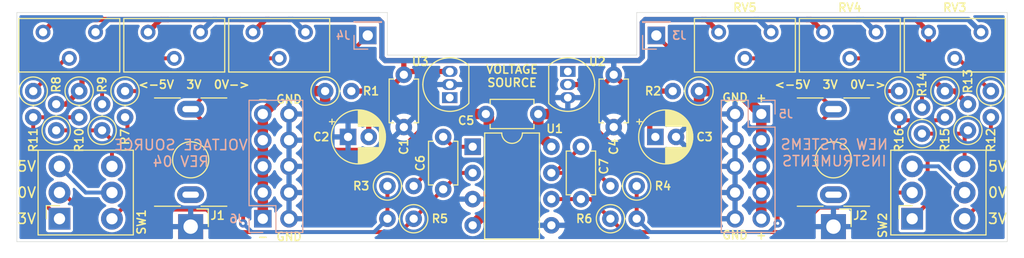
<source format=kicad_pcb>
(kicad_pcb (version 20211014) (generator pcbnew)
  (layers (0 "F.Cu" signal) (31 "B.Cu" signal) (34 "B.Paste" user) (35 "F.Paste" user) (36 "B.SilkS" user "B.Silkscreen") (37 "F.SilkS" user "F.Silkscreen") (38 "B.Mask" user) (39 "F.Mask" user) (44 "Edge.Cuts" user))
  (net 0 "")
  (net 1 "Net-(C6-Pad2)")
  (net 2 "Net-(C6-Pad1)")
  (net 3 "GND")
  (net 4 "Net-(C7-Pad2)")
  (net 5 "Net-(C7-Pad1)")
  (net 6 "VEE")
  (net 7 "VCC")
  (net 8 "VREF+")
  (net 9 "VREF-")
  (net 10 "Net-(R7-Pad1)")
  (net 11 "Net-(J1-PadT)")
  (net 13 "Net-(J2-PadT)")
  (net 15 "Net-(R9-Pad2)")
  (net 16 "Net-(R16-Pad1)")
  (net 17 "/ZERO_1")
  (net 18 "/THREE_1")
  (net 19 "/FIVE_1")
  (net 20 "/ZERO_2")
  (net 21 "/THREE_2")
  (net 22 "Net-(R14-Pad2)")
  (net 23 "/FIVE_2")
  (net 24 "Net-(SW1-Pad3)")
  (net 25 "Net-(SW2-Pad3)")
  (net 26 "Net-(R12-Pad1)")
  (net 27 "Net-(R11-Pad1)")
  (footprint "NSI Footprints:C_Disc_D4mm_W2.6mm_P5.08mm" (layer "F.Cu") (at -6.6675 -10.4775 -90)
    (fp_text reference "C6" (at 2.54 2.2225 -90) (layer "F.SilkS") (effects (font (size 0.8 0.8))))
    (fp_text value "100p")
    (pad "1" thru_hole circle locked (at 0 0 270) (size 1.6 1.6) (drill 0.8) (layers *.Cu *.Mask) (net 2 "Net-(C6-Pad1)"))
    (pad "2" thru_hole circle locked (at 5.08 0 270) (size 1.6 1.6) (drill 0.8) (layers *.Cu *.Mask) (net 1 "Net-(C6-Pad2)"))
  )
  (footprint "NSI Footprints:C_Disc_D4mm_W2.6mm_P5.08mm" (layer "F.Cu") (at 9.8425 -16.51 -90)
    (fp_text reference "C4" (at 6.985 0 90) (layer "F.SilkS") (effects (font (size 0.8 0.8))))
    (fp_text value "100n")
    (pad "1" thru_hole circle locked (at 0 0 270) (size 1.6 1.6) (drill 0.8) (layers *.Cu *.Mask) (net 8 "VREF+"))
    (pad "2" thru_hole circle locked (at 5.08 0 270) (size 1.6 1.6) (drill 0.8) (layers *.Cu *.Mask) (net 3 "GND"))
  )
  (footprint "Capacitor_THT:CP_Radial_D5.0mm_P2.00mm" (layer "F.Cu") (at 13.875 -10.4775)
    (fp_text reference "C3" (at 4.7625 0 180) (layer "F.SilkS") (effects (font (size 0.8 0.8))))
    (fp_text value "10u")
    (pad "1" thru_hole rect locked (at 0 0) (size 1.6 1.6) (drill 0.8) (layers *.Cu *.Mask) (net 8 "VREF+"))
    (pad "2" thru_hole circle locked (at 2 0) (size 1.6 1.6) (drill 0.8) (layers *.Cu *.Mask) (net 3 "GND"))
  )
  (footprint "NSI Footprints:C_Disc_D4mm_W2.6mm_P5.08mm" (layer "F.Cu") (at -10.4775 -11.43 90)
    (fp_text reference "C1" (at -1.905 0 270) (layer "F.SilkS") (effects (font (size 0.8 0.8))))
    (fp_text value "100n")
    (pad "1" thru_hole circle locked (at 0 0 90) (size 1.6 1.6) (drill 0.8) (layers *.Cu *.Mask) (net 3 "GND"))
    (pad "2" thru_hole circle locked (at 5.08 0 90) (size 1.6 1.6) (drill 0.8) (layers *.Cu *.Mask) (net 9 "VREF-"))
  )
  (footprint "Capacitor_THT:CP_Radial_D5.0mm_P2.00mm" (layer "F.Cu") (at -15.875 -10.4775)
    (fp_text reference "C2" (at -2.60375 0 180) (layer "F.SilkS") (effects (font (size 0.8 0.8))))
    (fp_text value "10u")
    (pad "1" thru_hole rect locked (at 0 0) (size 1.6 1.6) (drill 0.8) (layers *.Cu *.Mask) (net 3 "GND"))
    (pad "2" thru_hole circle locked (at 2 0) (size 1.6 1.6) (drill 0.8) (layers *.Cu *.Mask) (net 9 "VREF-"))
  )
  (footprint "NSI Footprints:C_Disc_D4mm_W2.6mm_P5.08mm" (layer "F.Cu") (at 6.6675 -9.525 -90)
    (fp_text reference "C7" (at 1.905 -2.2225 -90) (layer "F.SilkS") (effects (font (size 0.8 0.8))))
    (fp_text value "100p")
    (pad "1" thru_hole circle locked (at 0 0 270) (size 1.6 1.6) (drill 0.8) (layers *.Cu *.Mask) (net 5 "Net-(C7-Pad1)"))
    (pad "2" thru_hole circle locked (at 5.08 0 270) (size 1.6 1.6) (drill 0.8) (layers *.Cu *.Mask) (net 4 "Net-(C7-Pad2)"))
  )
  (footprint "NSI Footprints:C_Disc_D4mm_W2.6mm_P5.08mm" (layer "F.Cu") (at 2.54 -12.7 180)
    (fp_text reference "C5" (at 6.985 -0.635 180) (layer "F.SilkS") (effects (font (size 0.8 0.8))))
    (fp_text value "10n")
    (pad "1" thru_hole circle locked (at 0 0 180) (size 1.6 1.6) (drill 0.8) (layers *.Cu *.Mask) (net 7 "VCC"))
    (pad "2" thru_hole circle locked (at 5.08 0 180) (size 1.6 1.6) (drill 0.8) (layers *.Cu *.Mask) (net 6 "VEE"))
  )
  (footprint "Resistor_THT:R_Axial_DIN0207_L6.3mm_D2.5mm_P2.54mm_Vertical" (layer "F.Cu") (at -9.525 -2.54 180)
    (fp_text reference "R5" (at -2.54 0 180) (layer "F.SilkS") (effects (font (size 0.8 0.8))))
    (fp_text value "100k")
    (pad "1" thru_hole circle locked (at 0 0 180) (size 1.6 1.6) (drill 0.8) (layers *.Cu *.Mask) (net 1 "Net-(C6-Pad2)"))
    (pad "2" thru_hole oval locked (at 2.54 0 180) (size 1.6 1.6) (drill 0.8) (layers *.Cu *.Mask) (net 11 "Net-(J1-PadT)"))
  )
  (footprint "Resistor_THT:R_Axial_DIN0207_L6.3mm_D2.5mm_P2.54mm_Vertical" (layer "F.Cu") (at 18.0975 -14.9225 180)
    (fp_text reference "R2" (at 4.445 0) (layer "F.SilkS") (effects (font (size 0.8 0.8))))
    (fp_text value "3k")
    (pad "1" thru_hole circle locked (at 0 0 180) (size 1.6 1.6) (drill 0.8) (layers *.Cu *.Mask) (net 7 "VCC"))
    (pad "2" thru_hole oval locked (at 2.54 0 180) (size 1.6 1.6) (drill 0.8) (layers *.Cu *.Mask) (net 8 "VREF+"))
  )
  (footprint "Resistor_THT:R_Axial_DIN0207_L6.3mm_D2.5mm_P2.54mm_Vertical" (layer "F.Cu") (at -12.065 -5.715)
    (fp_text reference "R3" (at -2.54 0) (layer "F.SilkS") (effects (font (size 0.8 0.8))))
    (fp_text value "1k")
    (pad "1" thru_hole circle locked (at 0 0) (size 1.6 1.6) (drill 0.8) (layers *.Cu *.Mask) (net 11 "Net-(J1-PadT)"))
    (pad "2" thru_hole oval locked (at 2.54 0) (size 1.6 1.6) (drill 0.8) (layers *.Cu *.Mask) (net 2 "Net-(C6-Pad1)"))
  )
  (footprint "Resistor_THT:R_Axial_DIN0207_L6.3mm_D2.5mm_P2.54mm_Vertical" (layer "F.Cu") (at -18.0975 -14.9225)
    (fp_text reference "R1" (at 4.445 0) (layer "F.SilkS") (effects (font (size 0.8 0.8))))
    (fp_text value "3k")
    (pad "1" thru_hole circle locked (at 0 0) (size 1.6 1.6) (drill 0.8) (layers *.Cu *.Mask) (net 6 "VEE"))
    (pad "2" thru_hole oval locked (at 2.54 0) (size 1.6 1.6) (drill 0.8) (layers *.Cu *.Mask) (net 9 "VREF-"))
  )
  (footprint "Resistor_THT:R_Axial_DIN0207_L6.3mm_D2.5mm_P2.54mm_Vertical" (layer "F.Cu") (at 9.525 -2.54)
    (fp_text reference "R6" (at -2.54 0) (layer "F.SilkS") (effects (font (size 0.8 0.8))))
    (fp_text value "100k")
    (pad "1" thru_hole circle locked (at 0 0) (size 1.6 1.6) (drill 0.8) (layers *.Cu *.Mask) (net 4 "Net-(C7-Pad2)"))
    (pad "2" thru_hole oval locked (at 2.54 0) (size 1.6 1.6) (drill 0.8) (layers *.Cu *.Mask) (net 13 "Net-(J2-PadT)"))
  )
  (footprint "Resistor_THT:R_Axial_DIN0207_L6.3mm_D2.5mm_P2.54mm_Vertical" (layer "F.Cu") (at 12.065 -5.715 180)
    (fp_text reference "R4" (at -2.54 0 180) (layer "F.SilkS") (effects (font (size 0.8 0.8))))
    (fp_text value "1k")
    (pad "1" thru_hole circle locked (at 0 0 180) (size 1.6 1.6) (drill 0.8) (layers *.Cu *.Mask) (net 13 "Net-(J2-PadT)"))
    (pad "2" thru_hole oval locked (at 2.54 0 180) (size 1.6 1.6) (drill 0.8) (layers *.Cu *.Mask) (net 5 "Net-(C7-Pad1)"))
  )
  (footprint "NSI Footprints:Potentiometer_TT_67Y_Vertical" (layer "F.Cu") (at -40.3225 -20.6375)
    (fp_text reference "RV6" hide)
    (fp_text value "100k")
    (pad "1" thru_hole circle locked (at 0 0) (size 1.44 1.44) (drill 0.8) (layers *.Cu *.Mask) (net 8 "VREF+"))
    (pad "2" thru_hole circle locked (at -2.54 2.54) (size 1.44 1.44) (drill 0.8) (layers *.Cu *.Mask) (net 27 "Net-(R11-Pad1)"))
    (pad "3" thru_hole circle locked (at -5.08 0) (size 1.44 1.44) (drill 0.8) (layers *.Cu *.Mask) (net 9 "VREF-"))
  )
  (footprint "Package_DIP:DIP-8_W7.62mm" (layer "F.Cu") (at -3.81 -9.525)
    (fp_text reference "U1" (at 7.9375 -1.74625) (layer "F.SilkS") (effects (font (size 0.8 0.8))))
    (fp_text value "TL072")
    (pad "1" thru_hole rect locked (at 0 0) (size 1.6 1.6) (drill 0.8) (layers *.Cu *.Mask) (net 2 "Net-(C6-Pad1)"))
    (pad "2" thru_hole oval locked (at 0 2.54) (size 1.6 1.6) (drill 0.8) (layers *.Cu *.Mask) (net 1 "Net-(C6-Pad2)"))
    (pad "3" thru_hole oval locked (at 0 5.08) (size 1.6 1.6) (drill 0.8) (layers *.Cu *.Mask) (net 3 "GND"))
    (pad "4" thru_hole oval locked (at 0 7.62) (size 1.6 1.6) (drill 0.8) (layers *.Cu *.Mask) (net 6 "VEE"))
    (pad "5" thru_hole oval locked (at 7.62 7.62) (size 1.6 1.6) (drill 0.8) (layers *.Cu *.Mask) (net 3 "GND"))
    (pad "6" thru_hole oval locked (at 7.62 5.08) (size 1.6 1.6) (drill 0.8) (layers *.Cu *.Mask) (net 4 "Net-(C7-Pad2)"))
    (pad "7" thru_hole oval locked (at 7.62 2.54) (size 1.6 1.6) (drill 0.8) (layers *.Cu *.Mask) (net 5 "Net-(C7-Pad1)"))
    (pad "8" thru_hole oval locked (at 7.62 0) (size 1.6 1.6) (drill 0.8) (layers *.Cu *.Mask) (net 7 "VCC"))
  )
  (footprint "NSI Footprints:Jack_3.5mm_QingPu_WQP-PJ398SM_Vertical_2HP" (layer "F.Cu") (at -31.115 -8.255 180)
    (fp_text reference "J1" (at -2.61 -5.4) (layer "F.SilkS") (effects (font (size 0.8 0.8))))
    (fp_text value "PJ398SM" hide)
    (pad "" smd circle locked (at 0 0 180) (size 1 1) (layers "F.Cu") (clearance 1.4))
    (pad "S" thru_hole rect locked (at 0 -6.48) (size 2.416 2.416) (drill 1.4) (layers *.Cu *.Mask) (net 3 "GND"))
    (pad "T" thru_hole oval locked (at 0 4.92) (size 2.616 1.616) (drill oval 1.6 0.6) (layers *.Cu *.Mask) (net 11 "Net-(J1-PadT)"))
    (pad "TN" thru_hole oval locked (at 0 -3.38) (size 2.616 1.616) (drill oval 1.6 0.6) (layers *.Cu *.Mask))
  )
  (footprint "NSI Footprints:Jack_3.5mm_QingPu_WQP-PJ398SM_Vertical_2HP" (layer "F.Cu") (at 31.115 -8.255 180)
    (fp_text reference "J2" (at -2.61 -5.4) (layer "F.SilkS") (effects (font (size 0.8 0.8))))
    (fp_text value "PJ398SM" hide)
    (pad "" smd circle locked (at 0 0 180) (size 1 1) (layers "F.Cu") (clearance 1.4))
    (pad "S" thru_hole rect locked (at 0 -6.48) (size 2.416 2.416) (drill 1.4) (layers *.Cu *.Mask) (net 3 "GND"))
    (pad "T" thru_hole oval locked (at 0 4.92) (size 2.616 1.616) (drill oval 1.6 0.6) (layers *.Cu *.Mask) (net 13 "Net-(J2-PadT)"))
    (pad "TN" thru_hole oval locked (at 0 -3.38) (size 2.616 1.616) (drill oval 1.6 0.6) (layers *.Cu *.Mask))
  )
  (footprint "Package_TO_SOT_THT:TO-92_Inline" (layer "F.Cu") (at 5.3975 -16.8275 -90)
    (fp_text reference "U2" (at -0.9525 -2.8575 180) (layer "F.SilkS") (effects (font (size 0.8 0.8))))
    (fp_text value "LM385BXZ-2.5")
    (pad "1" thru_hole rect locked (at 0 0 270) (size 1.05 1.5) (drill 0.75) (layers *.Cu *.Mask))
    (pad "2" thru_hole oval locked (at 1.27 0 270) (size 1.05 1.5) (drill 0.75) (layers *.Cu *.Mask) (net 8 "VREF+"))
    (pad "3" thru_hole oval locked (at 2.54 0 270) (size 1.05 1.5) (drill 0.75) (layers *.Cu *.Mask) (net 3 "GND"))
  )
  (footprint "Package_TO_SOT_THT:TO-92_Inline" (layer "F.Cu") (at -6.0325 -14.2875 90)
    (fp_text reference "U3" (at 3.4925 -2.8575) (layer "F.SilkS") (effects (font (size 0.8 0.8))))
    (fp_text value "LM385BXZ-2.5")
    (pad "1" thru_hole rect locked (at 0 0 90) (size 1.05 1.5) (drill 0.75) (layers *.Cu *.Mask))
    (pad "2" thru_hole oval locked (at 1.27 0 90) (size 1.05 1.5) (drill 0.75) (layers *.Cu *.Mask) (net 3 "GND"))
    (pad "3" thru_hole oval locked (at 2.54 0 90) (size 1.05 1.5) (drill 0.75) (layers *.Cu *.Mask) (net 9 "VREF-"))
  )
  (footprint "Resistor_THT:R_Axial_DIN0207_L6.3mm_D2.5mm_P2.54mm_Vertical" (layer "F.Cu") (at -37.465 -14.9225 -90)
    (fp_text reference "R7" (at 4.445 0 90) (layer "F.SilkS") (effects (font (size 0.8 0.8))))
    (fp_text value "4.7M")
    (pad "1" thru_hole circle locked (at 0 0 270) (size 1.6 1.6) (drill 0.8) (layers *.Cu *.Mask) (net 10 "Net-(R7-Pad1)"))
    (pad "2" thru_hole oval locked (at 2.54 0 270) (size 1.6 1.6) (drill 0.8) (layers *.Cu *.Mask) (net 17 "/ZERO_1"))
  )
  (footprint "Resistor_THT:R_Axial_DIN0207_L6.3mm_D2.5mm_P2.54mm_Vertical" (layer "F.Cu") (at -44.1325 -11.1125 90)
    (fp_text reference "R8" (at 4.445 0 90) (layer "F.SilkS") (effects (font (size 0.8 0.8))))
    (fp_text value "82k")
    (pad "1" thru_hole circle locked (at 0 0 90) (size 1.6 1.6) (drill 0.8) (layers *.Cu *.Mask) (net 18 "/THREE_1"))
    (pad "2" thru_hole oval locked (at 2.54 0 90) (size 1.6 1.6) (drill 0.8) (layers *.Cu *.Mask) (net 9 "VREF-"))
  )
  (footprint "Resistor_THT:R_Axial_DIN0207_L6.3mm_D2.5mm_P2.54mm_Vertical" (layer "F.Cu") (at -39.6875 -11.1125 90)
    (fp_text reference "R9" (at 4.445 0 90) (layer "F.SilkS") (effects (font (size 0.8 0.8))))
    (fp_text value "1.3M")
    (pad "1" thru_hole circle locked (at 0 0 90) (size 1.6 1.6) (drill 0.8) (layers *.Cu *.Mask) (net 18 "/THREE_1"))
    (pad "2" thru_hole oval locked (at 2.54 0 90) (size 1.6 1.6) (drill 0.8) (layers *.Cu *.Mask) (net 15 "Net-(R9-Pad2)"))
  )
  (footprint "Resistor_THT:R_Axial_DIN0207_L6.3mm_D2.5mm_P2.54mm_Vertical" (layer "F.Cu") (at -41.91 -14.9225 -90)
    (fp_text reference "R10" (at 4.7625 0 90) (layer "F.SilkS") (effects (font (size 0.8 0.8))))
    (fp_text value "51k")
    (pad "1" thru_hole circle locked (at 0 0 270) (size 1.6 1.6) (drill 0.8) (layers *.Cu *.Mask) (net 9 "VREF-"))
    (pad "2" thru_hole oval locked (at 2.54 0 270) (size 1.6 1.6) (drill 0.8) (layers *.Cu *.Mask) (net 19 "/FIVE_1"))
  )
  (footprint "Resistor_THT:R_Axial_DIN0207_L6.3mm_D2.5mm_P2.54mm_Vertical" (layer "F.Cu") (at -46.355 -14.9225 -90)
    (fp_text reference "R11" (at 4.7625 0 90) (layer "F.SilkS") (effects (font (size 0.8 0.8))))
    (fp_text value "750k")
    (pad "1" thru_hole circle locked (at 0 0 270) (size 1.6 1.6) (drill 0.8) (layers *.Cu *.Mask) (net 27 "Net-(R11-Pad1)"))
    (pad "2" thru_hole oval locked (at 2.54 0 270) (size 1.6 1.6) (drill 0.8) (layers *.Cu *.Mask) (net 19 "/FIVE_1"))
  )
  (footprint "Resistor_THT:R_Axial_DIN0207_L6.3mm_D2.5mm_P2.54mm_Vertical" (layer "F.Cu") (at 46.355 -14.9225 -90)
    (fp_text reference "R12" (at 4.7625 0 90) (layer "F.SilkS") (effects (font (size 0.8 0.8))))
    (fp_text value "4.7M")
    (pad "1" thru_hole circle locked (at 0 0 270) (size 1.6 1.6) (drill 0.8) (layers *.Cu *.Mask) (net 26 "Net-(R12-Pad1)"))
    (pad "2" thru_hole oval locked (at 2.54 0 270) (size 1.6 1.6) (drill 0.8) (layers *.Cu *.Mask) (net 20 "/ZERO_2"))
  )
  (footprint "Resistor_THT:R_Axial_DIN0207_L6.3mm_D2.5mm_P2.54mm_Vertical" (layer "F.Cu") (at 44.1325 -11.1125 90)
    (fp_text reference "R13" (at 4.7625 0 90) (layer "F.SilkS") (effects (font (size 0.8 0.8))))
    (fp_text value "82k")
    (pad "1" thru_hole circle locked (at 0 0 90) (size 1.6 1.6) (drill 0.8) (layers *.Cu *.Mask) (net 21 "/THREE_2"))
    (pad "2" thru_hole oval locked (at 2.54 0 90) (size 1.6 1.6) (drill 0.8) (layers *.Cu *.Mask) (net 9 "VREF-"))
  )
  (footprint "Resistor_THT:R_Axial_DIN0207_L6.3mm_D2.5mm_P2.54mm_Vertical" (layer "F.Cu") (at 39.6875 -10.795 90)
    (fp_text reference "R14" (at 4.7625 0 90) (layer "F.SilkS") (effects (font (size 0.8 0.8))))
    (fp_text value "1.3M")
    (pad "1" thru_hole circle locked (at 0 0 90) (size 1.6 1.6) (drill 0.8) (layers *.Cu *.Mask) (net 21 "/THREE_2"))
    (pad "2" thru_hole oval locked (at 2.54 0 90) (size 1.6 1.6) (drill 0.8) (layers *.Cu *.Mask) (net 22 "Net-(R14-Pad2)"))
  )
  (footprint "Resistor_THT:R_Axial_DIN0207_L6.3mm_D2.5mm_P2.54mm_Vertical" (layer "F.Cu") (at 41.91 -14.9225 -90)
    (fp_text reference "R15" (at 4.7625 0 90) (layer "F.SilkS") (effects (font (size 0.8 0.8))))
    (fp_text value "51k")
    (pad "1" thru_hole circle locked (at 0 0 270) (size 1.6 1.6) (drill 0.8) (layers *.Cu *.Mask) (net 9 "VREF-"))
    (pad "2" thru_hole oval locked (at 2.54 0 270) (size 1.6 1.6) (drill 0.8) (layers *.Cu *.Mask) (net 23 "/FIVE_2"))
  )
  (footprint "Resistor_THT:R_Axial_DIN0207_L6.3mm_D2.5mm_P2.54mm_Vertical" (layer "F.Cu") (at 37.465 -14.9225 -90)
    (fp_text reference "R16" (at 4.7625 0 90) (layer "F.SilkS") (effects (font (size 0.8 0.8))))
    (fp_text value "750k")
    (pad "1" thru_hole circle locked (at 0 0 270) (size 1.6 1.6) (drill 0.8) (layers *.Cu *.Mask) (net 16 "Net-(R16-Pad1)"))
    (pad "2" thru_hole oval locked (at 2.54 0 270) (size 1.6 1.6) (drill 0.8) (layers *.Cu *.Mask) (net 23 "/FIVE_2"))
  )
  (footprint "NSI Footprints:Potentiometer_TT_67Y_Vertical" (layer "F.Cu") (at -20.0025 -20.6375)
    (fp_text reference "RV1" hide)
    (fp_text value "100k")
    (pad "1" thru_hole circle locked (at 0 0) (size 1.44 1.44) (drill 0.8) (layers *.Cu *.Mask) (net 8 "VREF+"))
    (pad "2" thru_hole circle locked (at -2.54 2.54) (size 1.44 1.44) (drill 0.8) (layers *.Cu *.Mask) (net 10 "Net-(R7-Pad1)"))
    (pad "3" thru_hole circle locked (at -5.08 0) (size 1.44 1.44) (drill 0.8) (layers *.Cu *.Mask) (net 9 "VREF-"))
  )
  (footprint "NSI Footprints:Potentiometer_TT_67Y_Vertical" (layer "F.Cu") (at -30.1625 -20.6375)
    (fp_text reference "RV2" hide)
    (fp_text value "100k")
    (pad "1" thru_hole circle locked (at 0 0) (size 1.44 1.44) (drill 0.8) (layers *.Cu *.Mask) (net 8 "VREF+"))
    (pad "2" thru_hole circle locked (at -2.54 2.54) (size 1.44 1.44) (drill 0.8) (layers *.Cu *.Mask) (net 15 "Net-(R9-Pad2)"))
    (pad "3" thru_hole circle locked (at -5.08 0) (size 1.44 1.44) (drill 0.8) (layers *.Cu *.Mask) (net 9 "VREF-"))
  )
  (footprint "NSI Footprints:Potentiometer_TT_67Y_Vertical" (layer "F.Cu") (at 45.4025 -20.6375)
    (fp_text reference "RV3" (at -2.54 -2.39) (layer "F.SilkS") (effects (font (size 0.8 0.8))))
    (fp_text value "100k")
    (pad "1" thru_hole circle locked (at 0 0) (size 1.44 1.44) (drill 0.8) (layers *.Cu *.Mask) (net 8 "VREF+"))
    (pad "2" thru_hole circle locked (at -2.54 2.54) (size 1.44 1.44) (drill 0.8) (layers *.Cu *.Mask) (net 26 "Net-(R12-Pad1)"))
    (pad "3" thru_hole circle locked (at -5.08 0) (size 1.44 1.44) (drill 0.8) (layers *.Cu *.Mask) (net 9 "VREF-"))
  )
  (footprint "NSI Footprints:Potentiometer_TT_67Y_Vertical" (layer "F.Cu") (at 35.2425 -20.6375)
    (fp_text reference "RV4" (at -2.54 -2.39) (layer "F.SilkS") (effects (font (size 0.8 0.8))))
    (fp_text value "100k")
    (pad "1" thru_hole circle locked (at 0 0) (size 1.44 1.44) (drill 0.8) (layers *.Cu *.Mask) (net 8 "VREF+"))
    (pad "2" thru_hole circle locked (at -2.54 2.54) (size 1.44 1.44) (drill 0.8) (layers *.Cu *.Mask) (net 22 "Net-(R14-Pad2)"))
    (pad "3" thru_hole circle locked (at -5.08 0) (size 1.44 1.44) (drill 0.8) (layers *.Cu *.Mask) (net 9 "VREF-"))
  )
  (footprint "NSI Footprints:Potentiometer_TT_67Y_Vertical" (layer "F.Cu") (at 25.0825 -20.6375)
    (fp_text reference "RV5" (at -2.54 -2.39) (layer "F.SilkS") (effects (font (size 0.8 0.8))))
    (fp_text value "100k")
    (pad "1" thru_hole circle locked (at 0 0) (size 1.44 1.44) (drill 0.8) (layers *.Cu *.Mask) (net 8 "VREF+"))
    (pad "2" thru_hole circle locked (at -2.54 2.54) (size 1.44 1.44) (drill 0.8) (layers *.Cu *.Mask) (net 16 "Net-(R16-Pad1)"))
    (pad "3" thru_hole circle locked (at -5.08 0) (size 1.44 1.44) (drill 0.8) (layers *.Cu *.Mask) (net 9 "VREF-"))
  )
  (footprint "NSI Footprints:SW_Taiway_Sub_DPDT" (layer "F.Cu") (at -41.275 -5.08 90)
    (fp_text reference "SW1" (at -2.8575 5.3975 90) (layer "F.SilkS") (effects (font (size 0.8 0.8))))
    (fp_text value "SW_DPDT_x2")
    (pad "1" thru_hole rect locked (at -2.54 -2.54 90) (size 2.1082 2.1082) (drill 1.0922) (layers *.Cu *.Mask) (net 19 "/FIVE_1"))
    (pad "2" thru_hole circle locked (at 0 -2.54 90) (size 2.1082 2.1082) (drill 1.0922) (layers *.Cu *.Mask) (net 1 "Net-(C6-Pad2)"))
    (pad "3" thru_hole circle locked (at 2.54 -2.54 90) (size 2.1082 2.1082) (drill 1.0922) (layers *.Cu *.Mask) (net 24 "Net-(SW1-Pad3)"))
    (pad "4" thru_hole circle locked (at -2.54 2.54 90) (size 2.1082 2.1082) (drill 1.0922) (layers *.Cu *.Mask) (net 17 "/ZERO_1"))
    (pad "5" thru_hole circle locked (at 0 2.54 90) (size 2.1082 2.1082) (drill 1.0922) (layers *.Cu *.Mask) (net 24 "Net-(SW1-Pad3)"))
    (pad "6" thru_hole circle locked (at 2.54 2.54 90) (size 2.1082 2.1082) (drill 1.0922) (layers *.Cu *.Mask) (net 18 "/THREE_1"))
  )
  (footprint "NSI Footprints:SW_Taiway_Sub_DPDT" (layer "F.Cu") (at 41.275 -5.08 90)
    (fp_text reference "SW2" (at -3.175 -5.3975 90) (layer "F.SilkS") (effects (font (size 0.8 0.8))))
    (fp_text value "SW_DPDT_x2")
    (pad "1" thru_hole rect locked (at -2.54 -2.54 90) (size 2.1082 2.1082) (drill 1.0922) (layers *.Cu *.Mask) (net 23 "/FIVE_2"))
    (pad "2" thru_hole circle locked (at 0 -2.54 90) (size 2.1082 2.1082) (drill 1.0922) (layers *.Cu *.Mask) (net 4 "Net-(C7-Pad2)"))
    (pad "3" thru_hole circle locked (at 2.54 -2.54 90) (size 2.1082 2.1082) (drill 1.0922) (layers *.Cu *.Mask) (net 25 "Net-(SW2-Pad3)"))
    (pad "4" thru_hole circle locked (at -2.54 2.54 90) (size 2.1082 2.1082) (drill 1.0922) (layers *.Cu *.Mask) (net 20 "/ZERO_2"))
    (pad "5" thru_hole circle locked (at 0 2.54 90) (size 2.1082 2.1082) (drill 1.0922) (layers *.Cu *.Mask) (net 25 "Net-(SW2-Pad3)"))
    (pad "6" thru_hole circle locked (at 2.54 2.54 90) (size 2.1082 2.1082) (drill 1.0922) (layers *.Cu *.Mask) (net 21 "/THREE_2"))
  )
  (footprint "Connector_PinHeader_2.54mm:PinHeader_2x05_P2.54mm_Vertical" (layer "B.Cu") (at 24.13 -12.7 180)
    (fp_text reference "J5" (at -2.38125 0 180) (layer "B.SilkS") (effects (font (size 0.8 0.8)) (justify mirror)))
    (fp_text value "Conn_02x05_Odd_Even")
    (pad "1" thru_hole rect locked (at 0 0 180) (size 1.7 1.7) (drill 1) (layers *.Cu *.Mask) (net 7 "VCC"))
    (pad "2" thru_hole oval locked (at 2.54 0 180) (size 1.7 1.7) (drill 1) (layers *.Cu *.Mask) (net 3 "GND"))
    (pad "3" thru_hole oval locked (at 0 -2.54 180) (size 1.7 1.7) (drill 1) (layers *.Cu *.Mask) (net 7 "VCC"))
    (pad "4" thru_hole oval locked (at 2.54 -2.54 180) (size 1.7 1.7) (drill 1) (layers *.Cu *.Mask) (net 3 "GND"))
    (pad "5" thru_hole oval locked (at 0 -5.08 180) (size 1.7 1.7) (drill 1) (layers *.Cu *.Mask) (net 7 "VCC"))
    (pad "6" thru_hole oval locked (at 2.54 -5.08 180) (size 1.7 1.7) (drill 1) (layers *.Cu *.Mask) (net 3 "GND"))
    (pad "7" thru_hole oval locked (at 0 -7.62 180) (size 1.7 1.7) (drill 1) (layers *.Cu *.Mask) (net 7 "VCC"))
    (pad "8" thru_hole oval locked (at 2.54 -7.62 180) (size 1.7 1.7) (drill 1) (layers *.Cu *.Mask) (net 3 "GND"))
    (pad "9" thru_hole oval locked (at 0 -10.16 180) (size 1.7 1.7) (drill 1) (layers *.Cu *.Mask) (net 7 "VCC"))
    (pad "10" thru_hole oval locked (at 2.54 -10.16 180) (size 1.7 1.7) (drill 1) (layers *.Cu *.Mask) (net 3 "GND"))
  )
  (footprint "Connector_PinHeader_2.54mm:PinHeader_2x05_P2.54mm_Vertical" (layer "B.Cu") (at -24.13 -2.54)
    (fp_text reference "J6" (at -2.54 0) (layer "B.SilkS") (effects (font (size 0.8 0.8)) (justify mirror)))
    (fp_text value "Conn_02x05_Odd_Even")
    (pad "1" thru_hole rect locked (at 0 0) (size 1.7 1.7) (drill 1) (layers *.Cu *.Mask) (net 6 "VEE"))
    (pad "2" thru_hole oval locked (at 2.54 0) (size 1.7 1.7) (drill 1) (layers *.Cu *.Mask) (net 3 "GND"))
    (pad "3" thru_hole oval locked (at 0 -2.54) (size 1.7 1.7) (drill 1) (layers *.Cu *.Mask) (net 6 "VEE"))
    (pad "4" thru_hole oval locked (at 2.54 -2.54) (size 1.7 1.7) (drill 1) (layers *.Cu *.Mask) (net 3 "GND"))
    (pad "5" thru_hole oval locked (at 0 -5.08) (size 1.7 1.7) (drill 1) (layers *.Cu *.Mask) (net 6 "VEE"))
    (pad "6" thru_hole oval locked (at 2.54 -5.08) (size 1.7 1.7) (drill 1) (layers *.Cu *.Mask) (net 3 "GND"))
    (pad "7" thru_hole oval locked (at 0 -7.62) (size 1.7 1.7) (drill 1) (layers *.Cu *.Mask) (net 6 "VEE"))
    (pad "8" thru_hole oval locked (at 2.54 -7.62) (size 1.7 1.7) (drill 1) (layers *.Cu *.Mask) (net 3 "GND"))
    (pad "9" thru_hole oval locked (at 0 -10.16) (size 1.7 1.7) (drill 1) (layers *.Cu *.Mask) (net 6 "VEE"))
    (pad "10" thru_hole oval locked (at 2.54 -10.16) (size 1.7 1.7) (drill 1) (layers *.Cu *.Mask) (net 3 "GND"))
  )
  (footprint "Connector_PinHeader_2.54mm:PinHeader_1x01_P2.54mm_Vertical" (layer "B.Cu") (at -13.97 -20.32)
    (fp_text reference "J4" (at -2.38125 0) (layer "B.SilkS") (effects (font (size 0.8 0.8)) (justify mirror)))
    (fp_text value "Conn_01x01_Male")
    (pad "1" thru_hole rect locked (at 0 0) (size 1.7 1.7) (drill 1) (layers *.Cu *.Mask) (net 11 "Net-(J1-PadT)"))
  )
  (footprint "Connector_PinHeader_2.54mm:PinHeader_1x01_P2.54mm_Vertical" (layer "B.Cu") (at 13.97 -20.32)
    (fp_text reference "J3" (at 2.2225 0) (layer "B.SilkS") (effects (font (size 0.8 0.8)) (justify mirror)))
    (fp_text value "Conn_01x01_Male")
    (pad "1" thru_hole rect locked (at 0 0) (size 1.7 1.7) (drill 1) (layers *.Cu *.Mask) (net 13 "Net-(J2-PadT)"))
  )
  (gr_line (start 47.9425 -22.5425) (end 47.9425 -0.3175) (layer "Edge.Cuts") (width 0.05))
  (gr_line (start -12.065 -18.415) (end 12.065 -18.415) (layer "Edge.Cuts") (width 0.05))
  (gr_line (start 12.065 -22.5425) (end 47.9425 -22.5425) (layer "Edge.Cuts") (width 0.05))
  (gr_line (start 12.065 -18.415) (end 12.065 -22.5425) (layer "Edge.Cuts") (width 0.05))
  (gr_line (start -47.9425 -22.5425) (end -12.065 -22.5425) (layer "Edge.Cuts") (width 0.05))
  (gr_line (start -12.065 -22.5425) (end -12.065 -18.415) (layer "Edge.Cuts") (width 0.05))
  (gr_line (start -47.9425 -0.3175) (end -47.9425 -22.5425) (layer "Edge.Cuts") (width 0.05))
  (gr_line (start 47.9425 -0.3175) (end -47.9425 -0.3175) (layer "Edge.Cuts") (width 0.05))
  (gr_text "VOLTAGE SOURCE\nREV 04\n" (at -32.0675 -8.89) (layer "B.SilkS") (effects (font (size 1 1)) (justify mirror)))
  (gr_text "NEW SYSTEMS\nINSTRUMENTS" (at 31.2 -8.9375) (layer "B.SilkS") (effects (font (size 1 1)) (justify mirror)))
  (gr_text "3V" (at -46.99 -2.54) (layer "F.SilkS") (effects (font (size 1 1))))
  (gr_text "5V" (at -46.99 -7.62) (layer "F.SilkS") (effects (font (size 1 1))))
  (gr_text "0V" (at -46.99 -5.08) (layer "F.SilkS") (effects (font (size 1 1))))
  (gr_text "<-5V  3V  0V->" (at 30.7975 -15.5575) (layer "F.SilkS") (effects (font (size 0.8 0.8))))
  (gr_text "GND" (at -21.59 -14.12875) (layer "F.SilkS") (effects (font (size 0.8 0.8))))
  (gr_text "5V" (at 46.99 -7.62) (layer "F.SilkS") (effects (font (size 1 1))))
  (gr_text "+" (at 24.13 -0.9525) (layer "F.SilkS") (effects (font (size 0.8 0.8))))
  (gr_text "GND" (at 21.59 -14.2875) (layer "F.SilkS") (effects (font (size 0.8 0.8))))
  (gr_text "+" (at 24.13 -14.2875) (layer "F.SilkS") (effects (font (size 0.8 0.8))))
  (gr_text "<-5V  3V  0V->" (at -30.7975 -15.5575) (layer "F.SilkS") (effects (font (size 0.8 0.8))))
  (gr_text "GND" (at 21.59 -0.9525) (layer "F.SilkS") (effects (font (size 0.8 0.8))))
  (gr_text "VOLTAGE\nSOURCE" (at 0 -16.383) (layer "F.SilkS") (effects (font (size 0.8 0.8))))
  (gr_text "-" (at -24.13 -14.12875) (layer "F.SilkS") (effects (font (size 0.8 0.8))))
  (gr_text "GND" (at -21.59 -0.79375) (layer "F.SilkS") (effects (font (size 0.8 0.8))))
  (gr_text "0V" (at 46.99 -5.08) (layer "F.SilkS") (effects (font (size 1 1))))
  (gr_text "-" (at -24.13 -0.79375) (layer "F.SilkS") (effects (font (size 0.8 0.8))))
  (gr_text "3V" (at 46.99 -2.54) (layer "F.SilkS") (effects (font (size 1 1))))
  (segment (start -10.819501 -1.245499) (end -13.310499 -1.245499) (width 0.381) (layer "F.Cu") (net 1))
  (segment (start -13.310499 -1.245499) (end -27.369397 -1.245499) (width 0.381) (layer "F.Cu") (net 1))
  (segment (start -29.551399 -3.427501) (end -33.084999 -3.427501) (width 0.381) (layer "F.Cu") (net 1))
  (segment (start -3.81 -6.985) (end -5.08 -6.985) (width 0.381) (layer "F.Cu") (net 1))
  (segment (start -39.36543 -0.9525) (end -35.56 -0.9525) (width 0.381) (layer "F.Cu") (net 1))
  (segment (start -33.084999 -3.427501) (end -35.56 -0.9525) (width 0.381) (layer "F.Cu") (net 1))
  (segment (start -43.49293 -5.08) (end -39.36543 -0.9525) (width 0.381) (layer "F.Cu") (net 1))
  (segment (start -12.407001 -1.245499) (end -13.310499 -1.245499) (width 0.381) (layer "F.Cu") (net 1))
  (segment (start -9.525 -2.54) (end -10.819501 -1.245499) (width 0.381) (layer "F.Cu") (net 1))
  (segment (start -27.369397 -1.245499) (end -29.551399 -3.427501) (width 0.381) (layer "F.Cu") (net 1))
  (segment (start -6.6675 -5.3975) (end -9.525 -2.54) (width 0.381) (layer "F.Cu") (net 1))
  (segment (start -5.08 -6.985) (end -6.6675 -5.3975) (width 0.381) (layer "F.Cu") (net 1))
  (segment (start -43.815 -5.08) (end -43.49293 -5.08) (width 0.381) (layer "F.Cu") (net 1))
  (segment (start -5.715 -9.525) (end -6.6675 -10.4775) (width 0.381) (layer "F.Cu") (net 2))
  (segment (start -3.81 -9.525) (end -5.715 -9.525) (width 0.381) (layer "F.Cu") (net 2))
  (segment (start -5.715 -9.525) (end -9.525 -5.715) (width 0.381) (layer "F.Cu") (net 2))
  (segment (start 6.6675 -4.445) (end 7.62 -4.445) (width 0.381) (layer "F.Cu") (net 4))
  (segment (start 37.244278 -5.08) (end 35.786768 -3.62249) (width 0.381) (layer "F.Cu") (net 4))
  (segment (start 6.6675 -4.445) (end 3.81 -4.445) (width 0.381) (layer "F.Cu") (net 4))
  (segment (start 10.819501 -1.245499) (end 9.525 -2.54) (width 0.381) (layer "F.Cu") (net 4))
  (segment (start 7.62 -4.445) (end 9.525 -2.54) (width 0.381) (layer "F.Cu") (net 4))
  (segment (start 35.786768 -3.62249) (end 29.746388 -3.62249) (width 0.381) (layer "F.Cu") (net 4))
  (segment (start 27.369397 -1.245499) (end 10.819501 -1.245499) (width 0.381) (layer "F.Cu") (net 4))
  (segment (start 29.746388 -3.62249) (end 27.369397 -1.245499) (width 0.381) (layer "F.Cu") (net 4))
  (segment (start 38.735 -5.08) (end 37.244278 -5.08) (width 0.381) (layer "F.Cu") (net 4))
  (segment (start 8.255 -6.985) (end 9.525 -5.715) (width 0.381) (layer "F.Cu") (net 5))
  (segment (start 4.1275 -6.985) (end 3.81 -6.985) (width 0.381) (layer "F.Cu") (net 5))
  (segment (start 3.81 -6.985) (end 8.255 -6.985) (width 0.381) (layer "F.Cu") (net 5))
  (segment (start 6.6675 -9.525) (end 4.1275 -6.985) (width 0.381) (layer "F.Cu") (net 5))
  (segment (start -24.13 -12.7) (end -24.13 -10.16) (width 1.016) (layer "F.Cu") (net 6))
  (segment (start -24.13 -10.16) (end -24.13 -7.62) (width 1.016) (layer "F.Cu") (net 6))
  (segment (start -2.247999 -3.467001) (end -3.81 -1.905) (width 1.016) (layer "F.Cu") (net 6))
  (segment (start -21.9075 -14.9225) (end -18.0975 -14.9225) (width 1.016) (layer "F.Cu") (net 6))
  (segment (start -18.0975 -9.728398) (end -17.284601 -8.915499) (width 1.016) (layer "F.Cu") (net 6))
  (segment (start -18.0975 -14.9225) (end -18.0975 -9.728398) (width 1.016) (layer "F.Cu") (net 6))
  (segment (start -24.13 -5.08) (end -24.13 -2.54) (width 1.016) (layer "F.Cu") (net 6))
  (segment (start -24.13 -7.62) (end -24.13 -5.08) (width 1.016) (layer "F.Cu") (net 6))
  (segment (start -2.54 -12.7) (end -6.895738 -12.7) (width 1.016) (layer "F.Cu") (net 6))
  (segment (start -2.247999 -12.407999) (end -2.54 -12.7) (width 1.016) (layer "F.Cu") (net 6))
  (segment (start -10.680239 -8.915499) (end -6.895738 -12.7) (width 1.016) (layer "F.Cu") (net 6))
  (segment (start -2.247999 -12.090499) (end -2.247999 -8.597999) (width 1.016) (layer "F.Cu") (net 6))
  (segment (start -2.247999 -8.597999) (end -2.247999 -12.407999) (width 1.016) (layer "F.Cu") (net 6))
  (segment (start -17.284601 -8.915499) (end -10.680239 -8.915499) (width 1.016) (layer "F.Cu") (net 6))
  (segment (start -24.13 -12.7) (end -21.9075 -14.9225) (width 1.016) (layer "F.Cu") (net 6))
  (segment (start -2.247999 -8.597999) (end -2.247999 -3.467001) (width 1.016) (layer "F.Cu") (net 6))
  (segment (start 2.54 -10.795) (end 3.81 -9.525) (width 1.016) (layer "F.Cu") (net 7))
  (segment (start 21.9075 -14.9225) (end 18.0975 -14.9225) (width 1.016) (layer "F.Cu") (net 7))
  (segment (start 18.0975 -14.9225) (end 18.0975 -10.388238) (width 1.016) (layer "F.Cu") (net 7))
  (segment (start 18.0975 -10.388238) (end 16.624761 -8.915499) (width 1.016) (layer "F.Cu") (net 7))
  (segment (start 16.624761 -8.915499) (end 10.045239 -8.915499) (width 1.016) (layer "F.Cu") (net 7))
  (segment (start 6.260738 -12.7) (end 3.81 -12.7) (width 1.016) (layer "F.Cu") (net 7))
  (segment (start 10.045239 -8.915499) (end 6.260738 -12.7) (width 1.016) (layer "F.Cu") (net 7))
  (segment (start 24.13 -12.7) (end 21.9075 -14.9225) (width 1.016) (layer "F.Cu") (net 7))
  (segment (start 24.13 -5.08) (end 24.13 -7.62) (width 1.016) (layer "F.Cu") (net 7))
  (segment (start 2.54 -12.7) (end 3.81 -12.7) (width 1.016) (layer "F.Cu") (net 7))
  (segment (start 2.54 -12.7) (end 2.54 -10.795) (width 1.016) (layer "F.Cu") (net 7))
  (segment (start 24.13 -7.62) (end 24.13 -10.16) (width 1.016) (layer "F.Cu") (net 7))
  (segment (start 24.13 -10.16) (end 24.13 -12.7) (width 1.016) (layer "F.Cu") (net 7))
  (segment (start 24.13 -2.54) (end 24.13 -5.08) (width 1.016) (layer "F.Cu") (net 7))
  (segment (start 35.2425 -20.6375) (end 34.925 -20.6375) (width 0.508) (layer "F.Cu") (net 8))
  (segment (start 8.89 -15.5575) (end 9.8425 -16.51) (width 0.508) (layer "F.Cu") (net 8))
  (segment (start 5.3975 -15.5575) (end 8.89 -15.5575) (width 0.508) (layer "F.Cu") (net 8))
  (segment (start 13.335 -13.0175) (end 10.95375 -15.39875) (width 0.508) (layer "F.Cu") (net 8))
  (segment (start 10.95375 -15.39875) (end 9.8425 -16.51) (width 0.508) (layer "F.Cu") (net 8))
  (segment (start 11.43 -14.9225) (end 10.95375 -15.39875) (width 0.508) (layer "F.Cu") (net 8))
  (segment (start 15.5575 -14.9225) (end 11.43 -14.9225) (width 0.508) (layer "F.Cu") (net 8))
  (segment (start 13.335 -10.4775) (end 13.335 -13.0175) (width 0.508) (layer "F.Cu") (net 8))
  (segment (start -20.0025 -20.6375) (end -21.230501 -21.865501) (width 0.508) (layer "B.Cu") (net 8))
  (segment (start 23.854499 -21.865501) (end 23.453001 -21.865501) (width 0.508) (layer "B.Cu") (net 8))
  (segment (start -12.901099 -21.865501) (end -12.59801 -21.562412) (width 0.508) (layer "B.Cu") (net 8))
  (segment (start 33.379499 -21.865501) (end 44.174499 -21.865501) (width 0.508) (layer "B.Cu") (net 8))
  (segment (start -39.094499 -21.865501) (end -40.3225 -20.6375) (width 0.508) (layer "B.Cu") (net 8))
  (segment (start -28.616999 -21.865501) (end -39.094499 -21.865501) (width 0.508) (layer "B.Cu") (net 8))
  (segment (start -21.631999 -21.865501) (end -28.616999 -21.865501) (width 0.508) (layer "B.Cu") (net 8))
  (segment (start 12.901099 -21.865501) (end 23.453001 -21.865501) (width 0.508) (layer "B.Cu") (net 8))
  (segment (start -21.230501 -21.865501) (end -21.631999 -21.865501) (width 0.508) (layer "B.Cu") (net 8))
  (segment (start 34.014499 -21.865501) (end 33.379499 -21.865501) (width 0.508) (layer "B.Cu") (net 8))
  (segment (start 9.8425 -16.51) (end 9.8425 -17.66648) (width 0.508) (layer "B.Cu") (net 8))
  (segment (start 9.8425 -17.66648) (end 9.62699 -17.88199) (width 0.508) (layer "B.Cu") (net 8))
  (segment (start 44.174499 -21.865501) (end 45.4025 -20.6375) (width 0.508) (layer "B.Cu") (net 8))
  (segment (start -12.59801 -18.194221) (end -12.285779 -17.88199) (width 0.508) (layer "B.Cu") (net 8))
  (segment (start 35.2425 -20.6375) (end 34.014499 -21.865501) (width 0.508) (layer "B.Cu") (net 8))
  (segment (start 12.611999 -21.576401) (end 12.901099 -21.865501) (width 0.508) (layer "B.Cu") (net 8))
  (segment (start 12.285779 -17.88199) (end 12.611999 -18.20821) (width 0.508) (layer "B.Cu") (net 8))
  (segment (start -12.59801 -21.562412) (end -12.59801 -18.194221) (width 0.508) (layer "B.Cu") (net 8))
  (segment (start 9.8425 -16.51) (end 9.8425 -17.78) (width 0.508) (layer "B.Cu") (net 8))
  (segment (start 9.62699 -17.88199) (end 9.94449 -17.88199) (width 0.508) (layer "B.Cu") (net 8))
  (segment (start -21.631999 -21.865501) (end -12.901099 -21.865501) (width 0.508) (layer "B.Cu") (net 8))
  (segment (start 12.611999 -18.20821) (end 12.611999 -21.576401) (width 0.508) (layer "B.Cu") (net 8))
  (segment (start -12.285779 -17.88199) (end 9.62699 -17.88199) (width 0.508) (layer "B.Cu") (net 8))
  (segment (start 9.8425 -17.78) (end 9.94449 -17.88199) (width 0.508) (layer "B.Cu") (net 8))
  (segment (start -30.1625 -20.6375) (end -28.934499 -21.865501) (width 0.508) (layer "B.Cu") (net 8))
  (segment (start 25.0825 -20.6375) (end 23.854499 -21.865501) (width 0.508) (layer "B.Cu") (net 8))
  (segment (start -28.934499 -21.865501) (end -28.616999 -21.865501) (width 0.508) (layer "B.Cu") (net 8))
  (segment (start 23.453001 -21.865501) (end 33.379499 -21.865501) (width 0.508) (layer "B.Cu") (net 8))
  (segment (start 9.94449 -17.88199) (end 12.285779 -17.88199) (width 0.508) (layer "B.Cu") (net 8))
  (segment (start -12.901099 -21.865501) (end -12.59801 -21.562412) (width 0.508) (layer "F.Cu") (net 9))
  (segment (start -25.0825 -20.6375) (end -23.854499 -21.865501) (width 0.508) (layer "F.Cu") (net 9))
  (segment (start 18.774499 -21.865501) (end 18.373001 -21.865501) (width 0.508) (layer "F.Cu") (net 9))
  (segment (start -26.310501 -21.865501) (end -23.536999 -21.865501) (width 0.508) (layer "F.Cu") (net 9))
  (segment (start -10.4775 -16.51) (end -10.16 -16.8275) (width 0.508) (layer "F.Cu") (net 9))
  (segment (start 40.3225 -20.6375) (end 39.094499 -21.865501) (width 0.508) (layer "F.Cu") (net 9))
  (segment (start -43.18 -13.6525) (end -41.91 -14.9225) (width 0.508) (layer "F.Cu") (net 9))
  (segment (start -44.174499 -21.865501) (end -40.280501 -21.865501) (width 0.508) (layer "F.Cu") (net 9))
  (segment (start 12.611999 -18.20821) (end 12.611999 -21.576401) (width 0.508) (layer "F.Cu") (net 9))
  (segment (start -10.37551 -17.88199) (end 12.285779 -17.88199) (width 0.508) (layer "F.Cu") (net 9))
  (segment (start -35.2425 -20.6375) (end -34.014499 -21.865501) (width 0.508) (layer "F.Cu") (net 9))
  (segment (start -10.57949 -17.88199) (end -10.37551 -17.88199) (width 0.508) (layer "F.Cu") (net 9))
  (segment (start 40.3225 -16.51) (end 40.3225 -20.6375) (width 0.508) (layer "F.Cu") (net 9))
  (segment (start 28.934499 -21.865501) (end 28.533001 -21.865501) (width 0.508) (layer "F.Cu") (net 9))
  (segment (start 30.1625 -20.6375) (end 28.934499 -21.865501) (width 0.508) (layer "F.Cu") (net 9))
  (segment (start 12.285779 -17.88199) (end 12.611999 -18.20821) (width 0.508) (layer "F.Cu") (net 9))
  (segment (start -10.4775 -16.51) (end -10.4775 -17.78) (width 0.508) (layer "F.Cu") (net 9))
  (segment (start -23.536999 -21.865501) (end -12.901099 -21.865501) (width 0.508) (layer "F.Cu") (net 9))
  (segment (start 20.0025 -20.6375) (end 18.774499 -21.865501) (width 0.508) (layer "F.Cu") (net 9))
  (segment (start 12.901099 -21.865501) (end 12.611999 -21.576401) (width 0.508) (layer "F.Cu") (net 9))
  (segment (start -12.59801 -18.194221) (end -12.285779 -17.88199) (width 0.508) (layer "F.Cu") (net 9))
  (segment (start -41.634499 -15.198001) (end -41.634499 -18.139499) (width 0.508) (layer "F.Cu") (net 9))
  (segment (start -40.280501 -21.865501) (end -33.295501 -21.865501) (width 0.508) (layer "F.Cu") (net 9))
  (segment (start -40.911941 -21.865501) (end -40.280501 -21.865501) (width 0.508) (layer "F.Cu") (net 9))
  (segment (start -23.854499 -21.865501) (end -23.536999 -21.865501) (width 0.508) (layer "F.Cu") (net 9))
  (segment (start 41.91 -14.9225) (end 42.8625 -14.9225) (width 0.508) (layer "F.Cu") (net 9))
  (segment (start 18.373001 -21.865501) (end 12.901099 -21.865501) (width 0.508) (layer "F.Cu") (net 9))
  (segment (start 42.8625 -14.9225) (end 44.1325 -13.6525) (width 0.508) (layer "F.Cu") (net 9))
  (segment (start -12.065 -14.9225) (end -10.4775 -16.51) (width 0.508) (layer "F.Cu") (net 9))
  (segment (start -12.285779 -17.88199) (end -10.57949 -17.88199) (width 0.508) (layer "F.Cu") (net 9))
  (segment (start -33.295501 -21.865501) (end -26.310501 -21.865501) (width 0.508) (layer "F.Cu") (net 9))
  (segment (start -41.91 -14.9225) (end -41.634499 -15.198001) (width 0.508) (layer "F.Cu") (net 9))
  (segment (start -45.4025 -20.6375) (end -44.174499 -21.865501) (width 0.508) (layer "F.Cu") (net 9))
  (segment (start -34.014499 -21.865501) (end -33.295501 -21.865501) (width 0.508) (layer "F.Cu") (net 9))
  (segment (start -41.634499 -18.139499) (end -41.634499 -21.142943) (width 0.508) (layer "F.Cu") (net 9))
  (segment (start -10.4775 -17.78) (end -10.57949 -17.88199) (width 0.508) (layer "F.Cu") (net 9))
  (segment (start -41.634499 -18.139499) (end -41.634499 -18.686941) (width 0.508) (layer "F.Cu") (net 9))
  (segment (start -15.5575 -14.9225) (end -12.065 -14.9225) (width 0.508) (layer "F.Cu") (net 9))
  (segment (start -13.875 -13.1125) (end -10.4775 -16.51) (width 0.508) (layer "F.Cu") (net 9))
  (segment (start 28.533001 -21.865501) (end 18.373001 -21.865501) (width 0.508) (layer "F.Cu") (net 9))
  (segment (start -10.4775 -17.78) (end -10.37551 -17.88199) (width 0.508) (layer "F.Cu") (net 9))
  (segment (start 39.094499 -21.865501) (end 28.533001 -21.865501) (width 0.508) (layer "F.Cu") (net 9))
  (segment (start -10.16 -16.8275) (end -6.0325 -16.8275) (width 0.508) (layer "F.Cu") (net 9))
  (segment (start -41.634499 -21.142943) (end -40.911941 -21.865501) (width 0.508) (layer "F.Cu") (net 9))
  (segment (start -12.59801 -21.562412) (end -12.59801 -18.194221) (width 0.508) (layer "F.Cu") (net 9))
  (segment (start -44.1325 -13.6525) (end -43.18 -13.6525) (width 0.508) (layer "F.Cu") (net 9))
  (segment (start -13.875 -10.4775) (end -13.875 -13.1125) (width 0.508) (layer "F.Cu") (net 9))
  (segment (start 41.91 -14.9225) (end 40.3225 -16.51) (width 0.508) (layer "F.Cu") (net 9))
  (segment (start -30.979038 -18.0975) (end -22.5425 -18.0975) (width 0.381) (layer "F.Cu") (net 10))
  (segment (start -34.154038 -14.9225) (end -30.979038 -18.0975) (width 0.381) (layer "F.Cu") (net 10))
  (segment (start -37.465 -14.9225) (end -34.154038 -14.9225) (width 0.381) (layer "F.Cu") (net 10))
  (segment (start -28.33625 -15.95375) (end -31.115 -13.175) (width 0.381) (layer "F.Cu") (net 11))
  (segment (start -26.035 -2.093999) (end -26.035 -8.095) (width 0.381) (layer "F.Cu") (net 11))
  (segment (start -26.035 -8.095) (end -31.115 -13.175) (width 0.381) (layer "F.Cu") (net 11))
  (segment (start -12.065 -5.715) (end -12.065 -2.54) (width 0.381) (layer "F.Cu") (net 11))
  (segment (start -17.357001 -16.932999) (end -27.357001 -16.932999) (width 0.381) (layer "F.Cu") (net 11))
  (segment (start -13.97 -20.32) (end -17.357001 -16.932999) (width 0.381) (layer "F.Cu") (net 11))
  (segment (start -27.357001 -16.932999) (end -28.33625 -15.95375) (width 0.381) (layer "F.Cu") (net 11))
  (via (at -26.035 -2.093999) (size 0.808) (drill 0.3) (layers "F.Cu" "B.Cu") (net 11))
  (segment (start -25.1865 -1.245499) (end -26.035 -2.093999) (width 0.381) (layer "B.Cu") (net 11))
  (segment (start -13.335 -1.27) (end -13.359501 -1.245499) (width 0.381) (layer "B.Cu") (net 11))
  (segment (start -13.359501 -1.245499) (end -25.1865 -1.245499) (width 0.381) (layer "B.Cu") (net 11))
  (segment (start -12.065 -2.54) (end -13.335 -1.27) (width 0.381) (layer "B.Cu") (net 11))
  (segment (start 25.7175 -2.093999) (end 25.7175 -7.7775) (width 0.381) (layer "F.Cu") (net 13))
  (segment (start 31.115 -13.175) (end 28.122999 -16.167001) (width 0.381) (layer "F.Cu") (net 13))
  (segment (start 25.7175 -7.7775) (end 31.115 -13.175) (width 0.381) (layer "F.Cu") (net 13))
  (segment (start 12.065 -5.715) (end 12.065 -2.54) (width 0.381) (layer "F.Cu") (net 13))
  (segment (start 18.122999 -16.167001) (end 13.97 -20.32) (width 0.381) (layer "F.Cu") (net 13))
  (segment (start 28.122999 -16.167001) (end 18.122999 -16.167001) (width 0.381) (layer "F.Cu") (net 13))
  (via (at 25.7175 -2.093999) (size 0.808) (drill 0.3) (layers "F.Cu" "B.Cu") (net 13))
  (segment (start 13.359501 -1.245499) (end 24.869 -1.245499) (width 0.381) (layer "B.Cu") (net 13))
  (segment (start 12.065 -2.54) (end 13.335 -1.27) (width 0.381) (layer "B.Cu") (net 13))
  (segment (start 13.335 -1.27) (end 13.359501 -1.245499) (width 0.381) (layer "B.Cu") (net 13))
  (segment (start 24.869 -1.245499) (end 25.7175 -2.093999) (width 0.381) (layer "B.Cu") (net 13))
  (segment (start -36.37387 -18.0975) (end -32.7025 -18.0975) (width 0.381) (layer "F.Cu") (net 15))
  (segment (start -39.6875 -13.6525) (end -39.6875 -14.78387) (width 0.381) (layer "F.Cu") (net 15))
  (segment (start -39.6875 -14.78387) (end -36.37387 -18.0975) (width 0.381) (layer "F.Cu") (net 15))
  (segment (start 34.154038 -14.9225) (end 37.465 -14.9225) (width 0.381) (layer "F.Cu") (net 16))
  (segment (start 30.979038 -18.0975) (end 34.154038 -14.9225) (width 0.381) (layer "F.Cu") (net 16))
  (segment (start 22.5425 -18.0975) (end 30.979038 -18.0975) (width 0.381) (layer "F.Cu") (net 16))
  (segment (start -38.735 -2.54) (end -37.236399 -4.038601) (width 0.381) (layer "F.Cu") (net 17))
  (segment (start -37.236399 -4.038601) (end -37.236399 -12.153899) (width 0.381) (layer "F.Cu") (net 17))
  (segment (start -37.236399 -12.153899) (end -37.465 -12.3825) (width 0.381) (layer "F.Cu") (net 17))
  (segment (start -38.735 -7.62) (end -38.735 -10.16) (width 0.381) (layer "F.Cu") (net 18))
  (segment (start -39.6875 -11.1125) (end -44.1325 -11.1125) (width 0.381) (layer "F.Cu") (net 18))
  (segment (start -38.735 -10.16) (end -39.6875 -11.1125) (width 0.381) (layer "F.Cu") (net 18))
  (segment (start -43.815 -2.54) (end -46.355 -5.08) (width 0.381) (layer "F.Cu") (net 19))
  (segment (start -46.355 -5.08) (end -46.355 -12.3825) (width 0.381) (layer "F.Cu") (net 19))
  (segment (start -46.355 -12.3825) (end -41.91 -12.3825) (width 0.381) (layer "F.Cu") (net 19))
  (segment (start 46.355 -12.3825) (end 46.355 -5.08) (width 0.381) (layer "F.Cu") (net 20))
  (segment (start 46.355 -5.08) (end 43.815 -2.54) (width 0.381) (layer "F.Cu") (net 20))
  (segment (start 39.6875 -10.795) (end 43.815 -10.795) (width 0.381) (layer "F.Cu") (net 21))
  (segment (start 43.815 -10.795) (end 44.1325 -11.1125) (width 0.381) (layer "F.Cu") (net 21))
  (segment (start 43.815 -7.62) (end 43.815 -10.795) (width 0.381) (layer "F.Cu") (net 21))
  (segment (start 36.131862 -18.0975) (end 32.7025 -18.0975) (width 0.381) (layer "F.Cu") (net 22))
  (segment (start 39.6875 -13.335) (end 39.6875 -14.541862) (width 0.381) (layer "F.Cu") (net 22))
  (segment (start 39.6875 -14.541862) (end 36.131862 -18.0975) (width 0.381) (layer "F.Cu") (net 22))
  (segment (start 40.233601 -8.407037) (end 40.233601 -4.038601) (width 0.381) (layer "F.Cu") (net 23))
  (segment (start 40.233601 -4.038601) (end 38.735 -2.54) (width 0.381) (layer "F.Cu") (net 23))
  (segment (start 41.617999 -12.090499) (end 41.91 -12.3825) (width 0.381) (layer "F.Cu") (net 23))
  (segment (start 37.465 -12.3825) (end 37.757001 -12.090499) (width 0.381) (layer "F.Cu") (net 23))
  (segment (start 37.465 -12.3825) (end 37.465 -11.175638) (width 0.381) (layer "F.Cu") (net 23))
  (segment (start 37.757001 -12.090499) (end 41.617999 -12.090499) (width 0.381) (layer "F.Cu") (net 23))
  (segment (start 37.465 -11.175638) (end 40.233601 -8.407037) (width 0.381) (layer "F.Cu") (net 23))
  (segment (start -38.735 -5.08) (end -41.275 -5.08) (width 0.381) (layer "B.Cu") (net 24))
  (segment (start -41.275 -5.08) (end -43.815 -7.62) (width 0.381) (layer "B.Cu") (net 24))
  (segment (start 41.275 -7.62) (end 43.815 -5.08) (width 0.381) (layer "B.Cu") (net 25))
  (segment (start 38.735 -7.62) (end 41.275 -7.62) (width 0.381) (layer "B.Cu") (net 25))
  (segment (start 43.18 -18.0975) (end 42.8625 -18.0975) (width 0.381) (layer "F.Cu") (net 26))
  (segment (start 46.355 -14.9225) (end 43.18 -18.0975) (width 0.381) (layer "F.Cu") (net 26))
  (segment (start -46.355 -14.9225) (end -43.18 -18.0975) (width 0.381) (layer "F.Cu") (net 27))
  (segment (start -43.18 -18.0975) (end -42.8625 -18.0975) (width 0.381) (layer "F.Cu") (net 27))
  (zone (net 3) (net_name "GND") (layer "B.Cu") (connect_pads (clearance 0.254)) (min_thickness 0.254) (fill yes (thermal_gap 0.508) (thermal_bridge_width 0.508))
    (polygon (pts (xy -47.9425 -0.3175) (xy -47.9425 -22.5425) (xy -12.065 -22.5425) (xy -12.065 -18.415) (xy 12.065 -18.415) (xy 12.065 -22.5425) (xy 47.9425 -22.5425) (xy 47.9425 -0.3175)))
  )
)
</source>
